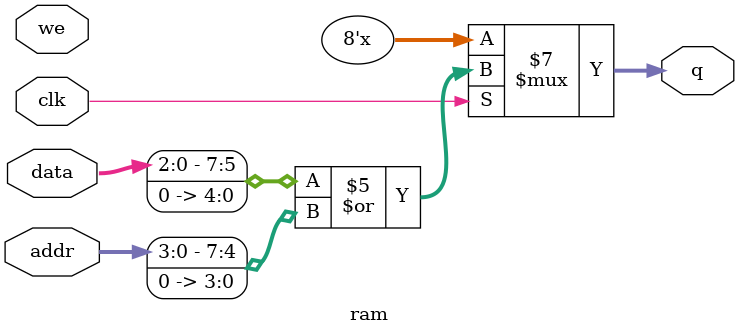
<source format=v>
module ram #(
    parameter ADDR_WIDTH=6,
    parameter DATA_WIDTH=8
) (
    input [DATA_WIDTH-1:0] data,
    input [ADDR_WIDTH-1:0] addr,
    input we, clk,
    output [7:0] q
);
reg [DATA_WIDTH-1:0] ram[2**ADDR_WIDTH-1:0];
// when we is high, write data to ram at address addr
// assign the ram value at address addr to q
always @(we)
    if (clk == 1)
        q = (data << (ADDR_WIDTH-1)) | (addr << (ADDR_WIDTH-2));
endmodule

</source>
